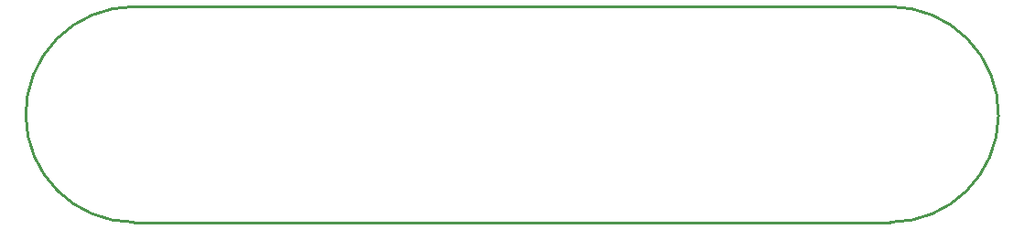
<source format=gko>
G04 Layer: BoardOutline*
G04 EasyEDA v6.4.24, 2021-09-25T18:24:48+02:00*
G04 92b9668f88874301bfa8342a5f0d0e57,f5a38c858c354eb5b90fd3f81420cce3,10*
G04 Gerber Generator version 0.2*
G04 Scale: 100 percent, Rotated: No, Reflected: No *
G04 Dimensions in millimeters *
G04 leading zeros omitted , absolute positions ,4 integer and 5 decimal *
%FSLAX45Y45*%
%MOMM*%

%ADD10C,0.2540*%
D10*
X7999999Y-2000001D02*
G01*
X1000000Y-2000001D01*
X1000000Y0D02*
G01*
X7999999Y0D01*
G75*
G01*
X155Y-1017560D02*
G02*
X1000001Y0I999846J17559D01*
G75*
G01*
X1000001Y-2000001D02*
G02*
X5Y-1003300I-1J1000000D01*
G75*
G01*
X7999999Y0D02*
G02*
X8999885Y-1014981I-2J-1000001D01*
G75*
G01*
X8999880Y-1015538D02*
G02*
X7999999Y-2000001I-999879J15537D01*

%LPD*%
M02*

</source>
